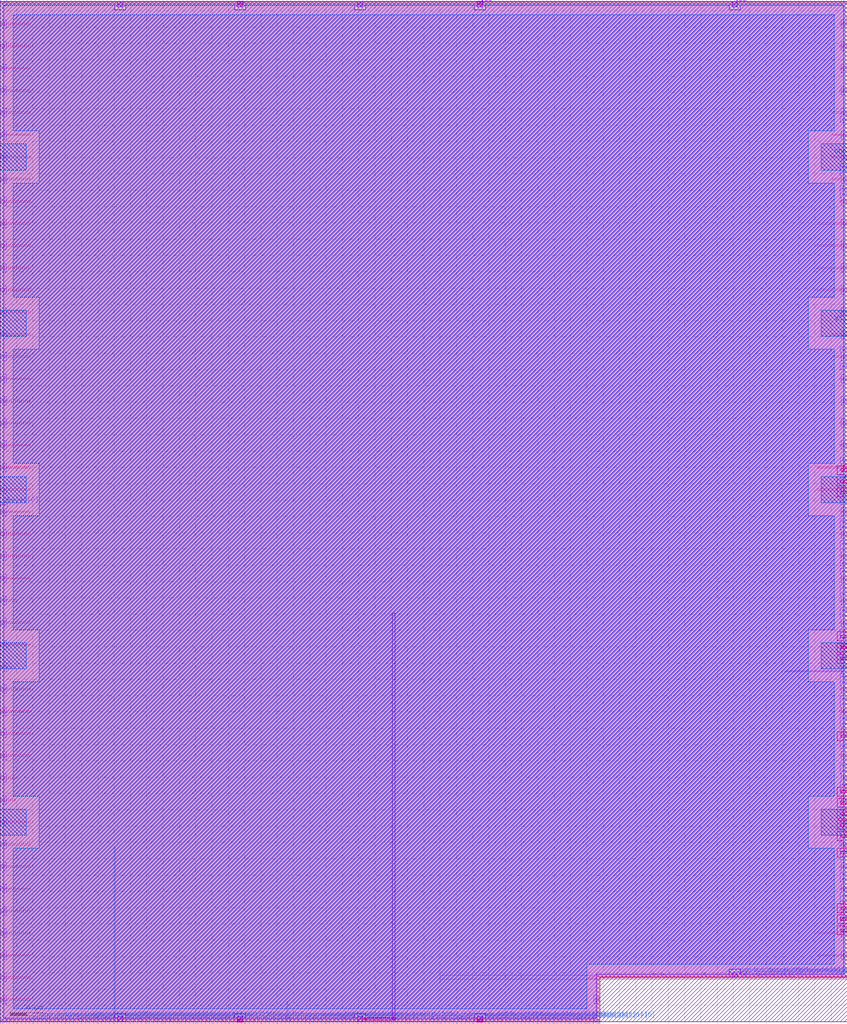
<source format=lef>
VERSION 5.7 ;
BUSBITCHARS "[]" ;

UNITS
  DATABASE MICRONS 1000 ;
END UNITS

MANUFACTURINGGRID 0.005 ;

LAYER li1
  TYPE ROUTING ;
  DIRECTION VERTICAL ;
  PITCH 0.46 ;
  WIDTH 0.17 ;
END li1

LAYER mcon
  TYPE CUT ;
END mcon

LAYER met1
  TYPE ROUTING ;
  DIRECTION HORIZONTAL ;
  PITCH 0.34 ;
  WIDTH 0.14 ;
END met1

LAYER via
  TYPE CUT ;
END via

LAYER met2
  TYPE ROUTING ;
  DIRECTION VERTICAL ;
  PITCH 0.46 ;
  WIDTH 0.14 ;
END met2

LAYER via2
  TYPE CUT ;
END via2

LAYER met3
  TYPE ROUTING ;
  DIRECTION HORIZONTAL ;
  PITCH 0.68 ;
  WIDTH 0.3 ;
END met3

LAYER via3
  TYPE CUT ;
END via3

LAYER met4
  TYPE ROUTING ;
  DIRECTION VERTICAL ;
  PITCH 0.92 ;
  WIDTH 0.3 ;
END met4

LAYER via4
  TYPE CUT ;
END via4

LAYER met5
  TYPE ROUTING ;
  DIRECTION HORIZONTAL ;
  PITCH 3.4 ;
  WIDTH 1.6 ;
END met5

LAYER nwell
  TYPE MASTERSLICE ;
END nwell

LAYER pwell
  TYPE MASTERSLICE ;
END pwell

LAYER OVERLAP
  TYPE OVERLAP ;
END OVERLAP

VIA L1M1_PR
  LAYER li1 ;
    RECT -0.085 -0.085 0.085 0.085 ;
  LAYER mcon ;
    RECT -0.085 -0.085 0.085 0.085 ;
  LAYER met1 ;
    RECT -0.145 -0.115 0.145 0.115 ;
END L1M1_PR

VIA L1M1_PR_R
  LAYER li1 ;
    RECT -0.085 -0.085 0.085 0.085 ;
  LAYER mcon ;
    RECT -0.085 -0.085 0.085 0.085 ;
  LAYER met1 ;
    RECT -0.115 -0.145 0.115 0.145 ;
END L1M1_PR_R

VIA L1M1_PR_M
  LAYER li1 ;
    RECT -0.085 -0.085 0.085 0.085 ;
  LAYER mcon ;
    RECT -0.085 -0.085 0.085 0.085 ;
  LAYER met1 ;
    RECT -0.115 -0.145 0.115 0.145 ;
END L1M1_PR_M

VIA L1M1_PR_MR
  LAYER li1 ;
    RECT -0.085 -0.085 0.085 0.085 ;
  LAYER mcon ;
    RECT -0.085 -0.085 0.085 0.085 ;
  LAYER met1 ;
    RECT -0.145 -0.115 0.145 0.115 ;
END L1M1_PR_MR

VIA L1M1_PR_C
  LAYER li1 ;
    RECT -0.085 -0.085 0.085 0.085 ;
  LAYER mcon ;
    RECT -0.085 -0.085 0.085 0.085 ;
  LAYER met1 ;
    RECT -0.145 -0.145 0.145 0.145 ;
END L1M1_PR_C

VIA M1M2_PR
  LAYER met1 ;
    RECT -0.16 -0.13 0.16 0.13 ;
  LAYER via ;
    RECT -0.075 -0.075 0.075 0.075 ;
  LAYER met2 ;
    RECT -0.13 -0.16 0.13 0.16 ;
END M1M2_PR

VIA M1M2_PR_Enc
  LAYER met1 ;
    RECT -0.16 -0.13 0.16 0.13 ;
  LAYER via ;
    RECT -0.075 -0.075 0.075 0.075 ;
  LAYER met2 ;
    RECT -0.16 -0.13 0.16 0.13 ;
END M1M2_PR_Enc

VIA M1M2_PR_R
  LAYER met1 ;
    RECT -0.13 -0.16 0.13 0.16 ;
  LAYER via ;
    RECT -0.075 -0.075 0.075 0.075 ;
  LAYER met2 ;
    RECT -0.16 -0.13 0.16 0.13 ;
END M1M2_PR_R

VIA M1M2_PR_R_Enc
  LAYER met1 ;
    RECT -0.13 -0.16 0.13 0.16 ;
  LAYER via ;
    RECT -0.075 -0.075 0.075 0.075 ;
  LAYER met2 ;
    RECT -0.13 -0.16 0.13 0.16 ;
END M1M2_PR_R_Enc

VIA M1M2_PR_M
  LAYER met1 ;
    RECT -0.16 -0.13 0.16 0.13 ;
  LAYER via ;
    RECT -0.075 -0.075 0.075 0.075 ;
  LAYER met2 ;
    RECT -0.16 -0.13 0.16 0.13 ;
END M1M2_PR_M

VIA M1M2_PR_M_Enc
  LAYER met1 ;
    RECT -0.16 -0.13 0.16 0.13 ;
  LAYER via ;
    RECT -0.075 -0.075 0.075 0.075 ;
  LAYER met2 ;
    RECT -0.13 -0.16 0.13 0.16 ;
END M1M2_PR_M_Enc

VIA M1M2_PR_MR
  LAYER met1 ;
    RECT -0.13 -0.16 0.13 0.16 ;
  LAYER via ;
    RECT -0.075 -0.075 0.075 0.075 ;
  LAYER met2 ;
    RECT -0.13 -0.16 0.13 0.16 ;
END M1M2_PR_MR

VIA M1M2_PR_MR_Enc
  LAYER met1 ;
    RECT -0.13 -0.16 0.13 0.16 ;
  LAYER via ;
    RECT -0.075 -0.075 0.075 0.075 ;
  LAYER met2 ;
    RECT -0.16 -0.13 0.16 0.13 ;
END M1M2_PR_MR_Enc

VIA M1M2_PR_C
  LAYER met1 ;
    RECT -0.16 -0.16 0.16 0.16 ;
  LAYER via ;
    RECT -0.075 -0.075 0.075 0.075 ;
  LAYER met2 ;
    RECT -0.16 -0.16 0.16 0.16 ;
END M1M2_PR_C

VIA M2M3_PR
  LAYER met2 ;
    RECT -0.14 -0.185 0.14 0.185 ;
  LAYER via2 ;
    RECT -0.1 -0.1 0.1 0.1 ;
  LAYER met3 ;
    RECT -0.165 -0.165 0.165 0.165 ;
END M2M3_PR

VIA M2M3_PR_R
  LAYER met2 ;
    RECT -0.185 -0.14 0.185 0.14 ;
  LAYER via2 ;
    RECT -0.1 -0.1 0.1 0.1 ;
  LAYER met3 ;
    RECT -0.165 -0.165 0.165 0.165 ;
END M2M3_PR_R

VIA M2M3_PR_M
  LAYER met2 ;
    RECT -0.14 -0.185 0.14 0.185 ;
  LAYER via2 ;
    RECT -0.1 -0.1 0.1 0.1 ;
  LAYER met3 ;
    RECT -0.165 -0.165 0.165 0.165 ;
END M2M3_PR_M

VIA M2M3_PR_MR
  LAYER met2 ;
    RECT -0.185 -0.14 0.185 0.14 ;
  LAYER via2 ;
    RECT -0.1 -0.1 0.1 0.1 ;
  LAYER met3 ;
    RECT -0.165 -0.165 0.165 0.165 ;
END M2M3_PR_MR

VIA M2M3_PR_C
  LAYER met2 ;
    RECT -0.185 -0.185 0.185 0.185 ;
  LAYER via2 ;
    RECT -0.1 -0.1 0.1 0.1 ;
  LAYER met3 ;
    RECT -0.165 -0.165 0.165 0.165 ;
END M2M3_PR_C

VIA M3M4_PR
  LAYER met3 ;
    RECT -0.19 -0.16 0.19 0.16 ;
  LAYER via3 ;
    RECT -0.1 -0.1 0.1 0.1 ;
  LAYER met4 ;
    RECT -0.165 -0.165 0.165 0.165 ;
END M3M4_PR

VIA M3M4_PR_R
  LAYER met3 ;
    RECT -0.16 -0.19 0.16 0.19 ;
  LAYER via3 ;
    RECT -0.1 -0.1 0.1 0.1 ;
  LAYER met4 ;
    RECT -0.165 -0.165 0.165 0.165 ;
END M3M4_PR_R

VIA M3M4_PR_M
  LAYER met3 ;
    RECT -0.19 -0.16 0.19 0.16 ;
  LAYER via3 ;
    RECT -0.1 -0.1 0.1 0.1 ;
  LAYER met4 ;
    RECT -0.165 -0.165 0.165 0.165 ;
END M3M4_PR_M

VIA M3M4_PR_MR
  LAYER met3 ;
    RECT -0.16 -0.19 0.16 0.19 ;
  LAYER via3 ;
    RECT -0.1 -0.1 0.1 0.1 ;
  LAYER met4 ;
    RECT -0.165 -0.165 0.165 0.165 ;
END M3M4_PR_MR

VIA M3M4_PR_C
  LAYER met3 ;
    RECT -0.19 -0.19 0.19 0.19 ;
  LAYER via3 ;
    RECT -0.1 -0.1 0.1 0.1 ;
  LAYER met4 ;
    RECT -0.165 -0.165 0.165 0.165 ;
END M3M4_PR_C

VIA M4M5_PR
  LAYER met4 ;
    RECT -0.59 -0.59 0.59 0.59 ;
  LAYER via4 ;
    RECT -0.4 -0.4 0.4 0.4 ;
  LAYER met5 ;
    RECT -0.71 -0.71 0.71 0.71 ;
END M4M5_PR

VIA M4M5_PR_R
  LAYER met4 ;
    RECT -0.59 -0.59 0.59 0.59 ;
  LAYER via4 ;
    RECT -0.4 -0.4 0.4 0.4 ;
  LAYER met5 ;
    RECT -0.71 -0.71 0.71 0.71 ;
END M4M5_PR_R

VIA M4M5_PR_M
  LAYER met4 ;
    RECT -0.59 -0.59 0.59 0.59 ;
  LAYER via4 ;
    RECT -0.4 -0.4 0.4 0.4 ;
  LAYER met5 ;
    RECT -0.71 -0.71 0.71 0.71 ;
END M4M5_PR_M

VIA M4M5_PR_MR
  LAYER met4 ;
    RECT -0.59 -0.59 0.59 0.59 ;
  LAYER via4 ;
    RECT -0.4 -0.4 0.4 0.4 ;
  LAYER met5 ;
    RECT -0.71 -0.71 0.71 0.71 ;
END M4M5_PR_MR

VIA M4M5_PR_C
  LAYER met4 ;
    RECT -0.59 -0.59 0.59 0.59 ;
  LAYER via4 ;
    RECT -0.4 -0.4 0.4 0.4 ;
  LAYER met5 ;
    RECT -0.71 -0.71 0.71 0.71 ;
END M4M5_PR_C

SITE unit
  CLASS CORE ;
  SYMMETRY Y ;
  SIZE 0.46 BY 2.72 ;
END unit

SITE unithddbl
  CLASS CORE ;
  SIZE 0.46 BY 5.44 ;
END unithddbl

MACRO sb_0__2_
  CLASS BLOCK ;
  ORIGIN 0 0 ;
  SIZE 103.96 BY 125.12 ;
  SYMMETRY X Y ;
  PIN pReset[0]
    DIRECTION INPUT ;
    USE SIGNAL ;
    PORT
      LAYER met1 ;
        RECT 0 63.34 0.595 63.48 ;
    END
  END pReset[0]
  PIN chanx_right_in[0]
    DIRECTION INPUT ;
    USE SIGNAL ;
    PORT
      LAYER met3 ;
        RECT 103.16 28.07 103.96 28.37 ;
    END
  END chanx_right_in[0]
  PIN chanx_right_in[1]
    DIRECTION INPUT ;
    USE SIGNAL ;
    PORT
      LAYER met1 ;
        RECT 103.365 110.6 103.96 110.74 ;
    END
  END chanx_right_in[1]
  PIN chanx_right_in[2]
    DIRECTION INPUT ;
    USE SIGNAL ;
    PORT
      LAYER met3 ;
        RECT 103.16 44.39 103.96 44.69 ;
    END
  END chanx_right_in[2]
  PIN chanx_right_in[3]
    DIRECTION INPUT ;
    USE SIGNAL ;
    PORT
      LAYER met1 ;
        RECT 103.365 66.74 103.96 66.88 ;
    END
  END chanx_right_in[3]
  PIN chanx_right_in[4]
    DIRECTION INPUT ;
    USE SIGNAL ;
    PORT
      LAYER met1 ;
        RECT 103.365 25.26 103.96 25.4 ;
    END
  END chanx_right_in[4]
  PIN chanx_right_in[5]
    DIRECTION INPUT ;
    USE SIGNAL ;
    PORT
      LAYER met1 ;
        RECT 103.365 82.38 103.96 82.52 ;
    END
  END chanx_right_in[5]
  PIN chanx_right_in[6]
    DIRECTION INPUT ;
    USE SIGNAL ;
    PORT
      LAYER met3 ;
        RECT 103.16 26.71 103.96 27.01 ;
    END
  END chanx_right_in[6]
  PIN chanx_right_in[7]
    DIRECTION INPUT ;
    USE SIGNAL ;
    PORT
      LAYER met3 ;
        RECT 103.16 23.99 103.96 24.29 ;
    END
  END chanx_right_in[7]
  PIN chanx_right_in[8]
    DIRECTION INPUT ;
    USE SIGNAL ;
    PORT
      LAYER met3 ;
        RECT 103.16 47.11 103.96 47.41 ;
    END
  END chanx_right_in[8]
  PIN chanx_right_in[9]
    DIRECTION INPUT ;
    USE SIGNAL ;
    PORT
      LAYER met1 ;
        RECT 103.365 68.78 103.96 68.92 ;
    END
  END chanx_right_in[9]
  PIN chanx_right_in[10]
    DIRECTION INPUT ;
    USE SIGNAL ;
    PORT
      LAYER met1 ;
        RECT 103.365 60.62 103.96 60.76 ;
    END
  END chanx_right_in[10]
  PIN chanx_right_in[11]
    DIRECTION INPUT ;
    USE SIGNAL ;
    PORT
      LAYER met1 ;
        RECT 103.365 23.56 103.96 23.7 ;
    END
  END chanx_right_in[11]
  PIN chanx_right_in[12]
    DIRECTION INPUT ;
    USE SIGNAL ;
    PORT
      LAYER met1 ;
        RECT 103.365 47.02 103.96 47.16 ;
    END
  END chanx_right_in[12]
  PIN chanx_right_in[13]
    DIRECTION INPUT ;
    USE SIGNAL ;
    PORT
      LAYER met1 ;
        RECT 103.365 58.58 103.96 58.72 ;
    END
  END chanx_right_in[13]
  PIN chanx_right_in[14]
    DIRECTION INPUT ;
    USE SIGNAL ;
    PORT
      LAYER met1 ;
        RECT 103.365 15.4 103.96 15.54 ;
    END
  END chanx_right_in[14]
  PIN chanx_right_in[15]
    DIRECTION INPUT ;
    USE SIGNAL ;
    PORT
      LAYER met3 ;
        RECT 103.16 34.87 103.96 35.17 ;
    END
  END chanx_right_in[15]
  PIN chanx_right_in[16]
    DIRECTION INPUT ;
    USE SIGNAL ;
    PORT
      LAYER met3 ;
        RECT 103.16 45.75 103.96 46.05 ;
    END
  END chanx_right_in[16]
  PIN chanx_right_in[17]
    DIRECTION INPUT ;
    USE SIGNAL ;
    PORT
      LAYER met1 ;
        RECT 103.365 20.84 103.96 20.98 ;
    END
  END chanx_right_in[17]
  PIN chanx_right_in[18]
    DIRECTION INPUT ;
    USE SIGNAL ;
    PORT
      LAYER met1 ;
        RECT 103.365 49.74 103.96 49.88 ;
    END
  END chanx_right_in[18]
  PIN chanx_right_in[19]
    DIRECTION INPUT ;
    USE SIGNAL ;
    PORT
      LAYER met1 ;
        RECT 103.365 61.3 103.96 61.44 ;
    END
  END chanx_right_in[19]
  PIN chanx_right_in[20]
    DIRECTION INPUT ;
    USE SIGNAL ;
    PORT
      LAYER met1 ;
        RECT 103.365 104.82 103.96 104.96 ;
    END
  END chanx_right_in[20]
  PIN chanx_right_in[21]
    DIRECTION INPUT ;
    USE SIGNAL ;
    PORT
      LAYER met1 ;
        RECT 103.365 47.7 103.96 47.84 ;
    END
  END chanx_right_in[21]
  PIN chanx_right_in[22]
    DIRECTION INPUT ;
    USE SIGNAL ;
    PORT
      LAYER met1 ;
        RECT 103.365 14.72 103.96 14.86 ;
    END
  END chanx_right_in[22]
  PIN chanx_right_in[23]
    DIRECTION INPUT ;
    USE SIGNAL ;
    PORT
      LAYER met1 ;
        RECT 103.365 64.36 103.96 64.5 ;
    END
  END chanx_right_in[23]
  PIN chanx_right_in[24]
    DIRECTION INPUT ;
    USE SIGNAL ;
    PORT
      LAYER met1 ;
        RECT 103.365 63.68 103.96 63.82 ;
    END
  END chanx_right_in[24]
  PIN chanx_right_in[25]
    DIRECTION INPUT ;
    USE SIGNAL ;
    PORT
      LAYER met1 ;
        RECT 103.365 55.18 103.96 55.32 ;
    END
  END chanx_right_in[25]
  PIN chanx_right_in[26]
    DIRECTION INPUT ;
    USE SIGNAL ;
    PORT
      LAYER met1 ;
        RECT 103.365 25.94 103.96 26.08 ;
    END
  END chanx_right_in[26]
  PIN chanx_right_in[27]
    DIRECTION INPUT ;
    USE SIGNAL ;
    PORT
      LAYER met1 ;
        RECT 103.365 102.1 103.96 102.24 ;
    END
  END chanx_right_in[27]
  PIN chanx_right_in[28]
    DIRECTION INPUT ;
    USE SIGNAL ;
    PORT
      LAYER met3 ;
        RECT 103.16 22.63 103.96 22.93 ;
    END
  END chanx_right_in[28]
  PIN chanx_right_in[29]
    DIRECTION INPUT ;
    USE SIGNAL ;
    PORT
      LAYER met1 ;
        RECT 103.365 104.14 103.96 104.28 ;
    END
  END chanx_right_in[29]
  PIN right_top_grid_pin_1_[0]
    DIRECTION INPUT ;
    USE SIGNAL ;
    PORT
      LAYER met3 ;
        RECT 103.16 66.15 103.96 66.45 ;
    END
  END right_top_grid_pin_1_[0]
  PIN right_bottom_grid_pin_36_[0]
    DIRECTION INPUT ;
    USE SIGNAL ;
    PORT
      LAYER met2 ;
        RECT 94 5.44 94.14 5.925 ;
    END
  END right_bottom_grid_pin_36_[0]
  PIN right_bottom_grid_pin_37_[0]
    DIRECTION INPUT ;
    USE SIGNAL ;
    PORT
      LAYER met2 ;
        RECT 96.76 5.44 96.9 5.925 ;
    END
  END right_bottom_grid_pin_37_[0]
  PIN right_bottom_grid_pin_38_[0]
    DIRECTION INPUT ;
    USE SIGNAL ;
    PORT
      LAYER met2 ;
        RECT 95.84 5.44 95.98 5.925 ;
    END
  END right_bottom_grid_pin_38_[0]
  PIN right_bottom_grid_pin_39_[0]
    DIRECTION INPUT ;
    USE SIGNAL ;
    PORT
      LAYER met2 ;
        RECT 94.92 5.44 95.06 5.925 ;
    END
  END right_bottom_grid_pin_39_[0]
  PIN right_bottom_grid_pin_40_[0]
    DIRECTION INPUT ;
    USE SIGNAL ;
    PORT
      LAYER met2 ;
        RECT 89.4 5.44 89.54 5.925 ;
    END
  END right_bottom_grid_pin_40_[0]
  PIN right_bottom_grid_pin_41_[0]
    DIRECTION INPUT ;
    USE SIGNAL ;
    PORT
      LAYER met2 ;
        RECT 90.32 5.44 90.46 5.925 ;
    END
  END right_bottom_grid_pin_41_[0]
  PIN right_bottom_grid_pin_42_[0]
    DIRECTION INPUT ;
    USE SIGNAL ;
    PORT
      LAYER met2 ;
        RECT 93.08 5.44 93.22 5.925 ;
    END
  END right_bottom_grid_pin_42_[0]
  PIN right_bottom_grid_pin_43_[0]
    DIRECTION INPUT ;
    USE SIGNAL ;
    PORT
      LAYER met2 ;
        RECT 91.24 5.44 91.38 5.925 ;
    END
  END right_bottom_grid_pin_43_[0]
  PIN chany_bottom_in[0]
    DIRECTION INPUT ;
    USE SIGNAL ;
    PORT
      LAYER met2 ;
        RECT 32.82 0 32.96 0.485 ;
    END
  END chany_bottom_in[0]
  PIN chany_bottom_in[1]
    DIRECTION INPUT ;
    USE SIGNAL ;
    PORT
      LAYER met2 ;
        RECT 59.5 0 59.64 0.485 ;
    END
  END chany_bottom_in[1]
  PIN chany_bottom_in[2]
    DIRECTION INPUT ;
    USE SIGNAL ;
    PORT
      LAYER met2 ;
        RECT 65.94 0 66.08 0.485 ;
    END
  END chany_bottom_in[2]
  PIN chany_bottom_in[3]
    DIRECTION INPUT ;
    USE SIGNAL ;
    PORT
      LAYER met2 ;
        RECT 35.58 0 35.72 0.485 ;
    END
  END chany_bottom_in[3]
  PIN chany_bottom_in[4]
    DIRECTION INPUT ;
    USE SIGNAL ;
    PORT
      LAYER met2 ;
        RECT 39.26 0 39.4 0.485 ;
    END
  END chany_bottom_in[4]
  PIN chany_bottom_in[5]
    DIRECTION INPUT ;
    USE SIGNAL ;
    PORT
      LAYER met2 ;
        RECT 66.86 0 67 0.485 ;
    END
  END chany_bottom_in[5]
  PIN chany_bottom_in[6]
    DIRECTION INPUT ;
    USE SIGNAL ;
    PORT
      LAYER met2 ;
        RECT 33.74 0 33.88 0.485 ;
    END
  END chany_bottom_in[6]
  PIN chany_bottom_in[7]
    DIRECTION INPUT ;
    USE SIGNAL ;
    PORT
      LAYER met2 ;
        RECT 54.44 0 54.58 0.485 ;
    END
  END chany_bottom_in[7]
  PIN chany_bottom_in[8]
    DIRECTION INPUT ;
    USE SIGNAL ;
    PORT
      LAYER met2 ;
        RECT 47.54 0 47.68 0.485 ;
    END
  END chany_bottom_in[8]
  PIN chany_bottom_in[9]
    DIRECTION INPUT ;
    USE SIGNAL ;
    PORT
      LAYER met2 ;
        RECT 61.34 0 61.48 0.485 ;
    END
  END chany_bottom_in[9]
  PIN chany_bottom_in[10]
    DIRECTION INPUT ;
    USE SIGNAL ;
    PORT
      LAYER met2 ;
        RECT 9.82 0 9.96 0.485 ;
    END
  END chany_bottom_in[10]
  PIN chany_bottom_in[11]
    DIRECTION INPUT ;
    USE SIGNAL ;
    PORT
      LAYER met2 ;
        RECT 7.98 0 8.12 0.485 ;
    END
  END chany_bottom_in[11]
  PIN chany_bottom_in[12]
    DIRECTION INPUT ;
    USE SIGNAL ;
    PORT
      LAYER met2 ;
        RECT 48.46 0 48.6 0.485 ;
    END
  END chany_bottom_in[12]
  PIN chany_bottom_in[13]
    DIRECTION INPUT ;
    USE SIGNAL ;
    PORT
      LAYER met2 ;
        RECT 58.12 0 58.26 0.485 ;
    END
  END chany_bottom_in[13]
  PIN chany_bottom_in[14]
    DIRECTION INPUT ;
    USE SIGNAL ;
    PORT
      LAYER met2 ;
        RECT 60.42 0 60.56 0.485 ;
    END
  END chany_bottom_in[14]
  PIN chany_bottom_in[15]
    DIRECTION INPUT ;
    USE SIGNAL ;
    PORT
      LAYER met2 ;
        RECT 68.7 0 68.84 0.485 ;
    END
  END chany_bottom_in[15]
  PIN chany_bottom_in[16]
    DIRECTION INPUT ;
    USE SIGNAL ;
    PORT
      LAYER met2 ;
        RECT 71 0 71.14 0.485 ;
    END
  END chany_bottom_in[16]
  PIN chany_bottom_in[17]
    DIRECTION INPUT ;
    USE SIGNAL ;
    PORT
      LAYER met2 ;
        RECT 3.84 0 3.98 0.485 ;
    END
  END chany_bottom_in[17]
  PIN chany_bottom_in[18]
    DIRECTION INPUT ;
    USE SIGNAL ;
    PORT
      LAYER met2 ;
        RECT 34.66 0 34.8 0.485 ;
    END
  END chany_bottom_in[18]
  PIN chany_bottom_in[19]
    DIRECTION INPUT ;
    USE SIGNAL ;
    PORT
      LAYER met2 ;
        RECT 44.78 0 44.92 0.485 ;
    END
  END chany_bottom_in[19]
  PIN chany_bottom_in[20]
    DIRECTION INPUT ;
    USE SIGNAL ;
    PORT
      LAYER met2 ;
        RECT 55.36 0 55.5 0.485 ;
    END
  END chany_bottom_in[20]
  PIN chany_bottom_in[21]
    DIRECTION INPUT ;
    USE SIGNAL ;
    PORT
      LAYER met2 ;
        RECT 67.78 0 67.92 0.485 ;
    END
  END chany_bottom_in[21]
  PIN chany_bottom_in[22]
    DIRECTION INPUT ;
    USE SIGNAL ;
    PORT
      LAYER met2 ;
        RECT 56.28 0 56.42 0.485 ;
    END
  END chany_bottom_in[22]
  PIN chany_bottom_in[23]
    DIRECTION INPUT ;
    USE SIGNAL ;
    PORT
      LAYER met2 ;
        RECT 37.42 0 37.56 0.485 ;
    END
  END chany_bottom_in[23]
  PIN chany_bottom_in[24]
    DIRECTION INPUT ;
    USE SIGNAL ;
    PORT
      LAYER met2 ;
        RECT 8.9 0 9.04 0.485 ;
    END
  END chany_bottom_in[24]
  PIN chany_bottom_in[25]
    DIRECTION INPUT ;
    USE SIGNAL ;
    PORT
      LAYER met2 ;
        RECT 57.2 0 57.34 0.485 ;
    END
  END chany_bottom_in[25]
  PIN chany_bottom_in[26]
    DIRECTION INPUT ;
    USE SIGNAL ;
    PORT
      LAYER met2 ;
        RECT 36.5 0 36.64 0.485 ;
    END
  END chany_bottom_in[26]
  PIN chany_bottom_in[27]
    DIRECTION INPUT ;
    USE SIGNAL ;
    PORT
      LAYER met2 ;
        RECT 46.62 0 46.76 0.485 ;
    END
  END chany_bottom_in[27]
  PIN chany_bottom_in[28]
    DIRECTION INPUT ;
    USE SIGNAL ;
    PORT
      LAYER met2 ;
        RECT 53.52 0 53.66 0.485 ;
    END
  END chany_bottom_in[28]
  PIN chany_bottom_in[29]
    DIRECTION INPUT ;
    USE SIGNAL ;
    PORT
      LAYER met2 ;
        RECT 65.02 0 65.16 0.485 ;
    END
  END chany_bottom_in[29]
  PIN bottom_left_grid_pin_1_[0]
    DIRECTION INPUT ;
    USE SIGNAL ;
    PORT
      LAYER met2 ;
        RECT 7.06 0 7.2 0.485 ;
    END
  END bottom_left_grid_pin_1_[0]
  PIN ccff_head[0]
    DIRECTION INPUT ;
    USE SIGNAL ;
    PORT
      LAYER met3 ;
        RECT 103.16 11.07 103.96 11.37 ;
    END
  END ccff_head[0]
  PIN chanx_right_out[0]
    DIRECTION OUTPUT ;
    USE SIGNAL ;
    PORT
      LAYER met1 ;
        RECT 103.365 56.2 103.96 56.34 ;
    END
  END chanx_right_out[0]
  PIN chanx_right_out[1]
    DIRECTION OUTPUT ;
    USE SIGNAL ;
    PORT
      LAYER met1 ;
        RECT 103.365 38.86 103.96 39 ;
    END
  END chanx_right_out[1]
  PIN chanx_right_out[2]
    DIRECTION OUTPUT ;
    USE SIGNAL ;
    PORT
      LAYER met1 ;
        RECT 103.365 39.54 103.96 39.68 ;
    END
  END chanx_right_out[2]
  PIN chanx_right_out[3]
    DIRECTION OUTPUT ;
    USE SIGNAL ;
    PORT
      LAYER met1 ;
        RECT 103.365 50.42 103.96 50.56 ;
    END
  END chanx_right_out[3]
  PIN chanx_right_out[4]
    DIRECTION OUTPUT ;
    USE SIGNAL ;
    PORT
      LAYER met3 ;
        RECT 103.16 12.43 103.96 12.73 ;
    END
  END chanx_right_out[4]
  PIN chanx_right_out[5]
    DIRECTION OUTPUT ;
    USE SIGNAL ;
    PORT
      LAYER met1 ;
        RECT 103.365 42.26 103.96 42.4 ;
    END
  END chanx_right_out[5]
  PIN chanx_right_out[6]
    DIRECTION OUTPUT ;
    USE SIGNAL ;
    PORT
      LAYER met1 ;
        RECT 103.365 44.64 103.96 44.78 ;
    END
  END chanx_right_out[6]
  PIN chanx_right_out[7]
    DIRECTION OUTPUT ;
    USE SIGNAL ;
    PORT
      LAYER met3 ;
        RECT 103.16 25.35 103.96 25.65 ;
    END
  END chanx_right_out[7]
  PIN chanx_right_out[8]
    DIRECTION OUTPUT ;
    USE SIGNAL ;
    PORT
      LAYER met1 ;
        RECT 103.365 17.44 103.96 17.58 ;
    END
  END chanx_right_out[8]
  PIN chanx_right_out[9]
    DIRECTION OUTPUT ;
    USE SIGNAL ;
    PORT
      LAYER met1 ;
        RECT 103.365 57.9 103.96 58.04 ;
    END
  END chanx_right_out[9]
  PIN chanx_right_out[10]
    DIRECTION OUTPUT ;
    USE SIGNAL ;
    PORT
      LAYER met1 ;
        RECT 103.365 53.14 103.96 53.28 ;
    END
  END chanx_right_out[10]
  PIN chanx_right_out[11]
    DIRECTION OUTPUT ;
    USE SIGNAL ;
    PORT
      LAYER met1 ;
        RECT 103.365 30.7 103.96 30.84 ;
    END
  END chanx_right_out[11]
  PIN chanx_right_out[12]
    DIRECTION OUTPUT ;
    USE SIGNAL ;
    PORT
      LAYER met1 ;
        RECT 103.365 45.32 103.96 45.46 ;
    END
  END chanx_right_out[12]
  PIN chanx_right_out[13]
    DIRECTION OUTPUT ;
    USE SIGNAL ;
    PORT
      LAYER met1 ;
        RECT 103.365 28.32 103.96 28.46 ;
    END
  END chanx_right_out[13]
  PIN chanx_right_out[14]
    DIRECTION OUTPUT ;
    USE SIGNAL ;
    PORT
      LAYER met1 ;
        RECT 103.365 41.58 103.96 41.72 ;
    END
  END chanx_right_out[14]
  PIN chanx_right_out[15]
    DIRECTION OUTPUT ;
    USE SIGNAL ;
    PORT
      LAYER met3 ;
        RECT 103.16 67.51 103.96 67.81 ;
    END
  END chanx_right_out[15]
  PIN chanx_right_out[16]
    DIRECTION OUTPUT ;
    USE SIGNAL ;
    PORT
      LAYER met3 ;
        RECT 103.16 20.59 103.96 20.89 ;
    END
  END chanx_right_out[16]
  PIN chanx_right_out[17]
    DIRECTION OUTPUT ;
    USE SIGNAL ;
    PORT
      LAYER met1 ;
        RECT 103.365 31.38 103.96 31.52 ;
    END
  END chanx_right_out[17]
  PIN chanx_right_out[18]
    DIRECTION OUTPUT ;
    USE SIGNAL ;
    PORT
      LAYER met3 ;
        RECT 103.16 64.79 103.96 65.09 ;
    END
  END chanx_right_out[18]
  PIN chanx_right_out[19]
    DIRECTION OUTPUT ;
    USE SIGNAL ;
    PORT
      LAYER met1 ;
        RECT 103.365 20.16 103.96 20.3 ;
    END
  END chanx_right_out[19]
  PIN chanx_right_out[20]
    DIRECTION OUTPUT ;
    USE SIGNAL ;
    PORT
      LAYER met1 ;
        RECT 103.365 22.54 103.96 22.68 ;
    END
  END chanx_right_out[20]
  PIN chanx_right_out[21]
    DIRECTION OUTPUT ;
    USE SIGNAL ;
    PORT
      LAYER met1 ;
        RECT 103.365 37.16 103.96 37.3 ;
    END
  END chanx_right_out[21]
  PIN chanx_right_out[22]
    DIRECTION OUTPUT ;
    USE SIGNAL ;
    PORT
      LAYER met3 ;
        RECT 103.16 13.79 103.96 14.09 ;
    END
  END chanx_right_out[22]
  PIN chanx_right_out[23]
    DIRECTION OUTPUT ;
    USE SIGNAL ;
    PORT
      LAYER met1 ;
        RECT 103.365 29 103.96 29.14 ;
    END
  END chanx_right_out[23]
  PIN chanx_right_out[24]
    DIRECTION OUTPUT ;
    USE SIGNAL ;
    PORT
      LAYER met1 ;
        RECT 103.365 36.48 103.96 36.62 ;
    END
  END chanx_right_out[24]
  PIN chanx_right_out[25]
    DIRECTION OUTPUT ;
    USE SIGNAL ;
    PORT
      LAYER met1 ;
        RECT 103.365 34.44 103.96 34.58 ;
    END
  END chanx_right_out[25]
  PIN chanx_right_out[26]
    DIRECTION OUTPUT ;
    USE SIGNAL ;
    PORT
      LAYER met1 ;
        RECT 103.365 52.46 103.96 52.6 ;
    END
  END chanx_right_out[26]
  PIN chanx_right_out[27]
    DIRECTION OUTPUT ;
    USE SIGNAL ;
    PORT
      LAYER met1 ;
        RECT 103.365 66.06 103.96 66.2 ;
    END
  END chanx_right_out[27]
  PIN chanx_right_out[28]
    DIRECTION OUTPUT ;
    USE SIGNAL ;
    PORT
      LAYER met1 ;
        RECT 103.365 18.12 103.96 18.26 ;
    END
  END chanx_right_out[28]
  PIN chanx_right_out[29]
    DIRECTION OUTPUT ;
    USE SIGNAL ;
    PORT
      LAYER met1 ;
        RECT 103.365 33.76 103.96 33.9 ;
    END
  END chanx_right_out[29]
  PIN chany_bottom_out[0]
    DIRECTION OUTPUT ;
    USE SIGNAL ;
    PORT
      LAYER met2 ;
        RECT 11.66 0 11.8 0.485 ;
    END
  END chany_bottom_out[0]
  PIN chany_bottom_out[1]
    DIRECTION OUTPUT ;
    USE SIGNAL ;
    PORT
      LAYER met2 ;
        RECT 64.1 0 64.24 0.485 ;
    END
  END chany_bottom_out[1]
  PIN chany_bottom_out[2]
    DIRECTION OUTPUT ;
    USE SIGNAL ;
    PORT
      LAYER met2 ;
        RECT 43.86 0 44 0.485 ;
    END
  END chany_bottom_out[2]
  PIN chany_bottom_out[3]
    DIRECTION OUTPUT ;
    USE SIGNAL ;
    PORT
      LAYER met2 ;
        RECT 5.68 0 5.82 0.485 ;
    END
  END chany_bottom_out[3]
  PIN chany_bottom_out[4]
    DIRECTION OUTPUT ;
    USE SIGNAL ;
    PORT
      LAYER met2 ;
        RECT 26.38 0 26.52 0.485 ;
    END
  END chany_bottom_out[4]
  PIN chany_bottom_out[5]
    DIRECTION OUTPUT ;
    USE SIGNAL ;
    PORT
      LAYER met2 ;
        RECT 40.18 0 40.32 0.485 ;
    END
  END chany_bottom_out[5]
  PIN chany_bottom_out[6]
    DIRECTION OUTPUT ;
    USE SIGNAL ;
    PORT
      LAYER met2 ;
        RECT 10.74 0 10.88 0.485 ;
    END
  END chany_bottom_out[6]
  PIN chany_bottom_out[7]
    DIRECTION OUTPUT ;
    USE SIGNAL ;
    PORT
      LAYER met2 ;
        RECT 14.42 0 14.56 0.485 ;
    END
  END chany_bottom_out[7]
  PIN chany_bottom_out[8]
    DIRECTION OUTPUT ;
    USE SIGNAL ;
    PORT
      LAYER met2 ;
        RECT 25.46 0 25.6 0.485 ;
    END
  END chany_bottom_out[8]
  PIN chany_bottom_out[9]
    DIRECTION OUTPUT ;
    USE SIGNAL ;
    PORT
      LAYER met2 ;
        RECT 62.26 0 62.4 0.485 ;
    END
  END chany_bottom_out[9]
  PIN chany_bottom_out[10]
    DIRECTION OUTPUT ;
    USE SIGNAL ;
    PORT
      LAYER met2 ;
        RECT 42.94 0 43.08 0.485 ;
    END
  END chany_bottom_out[10]
  PIN chany_bottom_out[11]
    DIRECTION OUTPUT ;
    USE SIGNAL ;
    PORT
      LAYER met2 ;
        RECT 41.1 0 41.24 0.485 ;
    END
  END chany_bottom_out[11]
  PIN chany_bottom_out[12]
    DIRECTION OUTPUT ;
    USE SIGNAL ;
    PORT
      LAYER met2 ;
        RECT 27.3 0 27.44 0.485 ;
    END
  END chany_bottom_out[12]
  PIN chany_bottom_out[13]
    DIRECTION OUTPUT ;
    USE SIGNAL ;
    PORT
      LAYER met2 ;
        RECT 15.34 0 15.48 0.485 ;
    END
  END chany_bottom_out[13]
  PIN chany_bottom_out[14]
    DIRECTION OUTPUT ;
    USE SIGNAL ;
    PORT
      LAYER met2 ;
        RECT 69.62 0 69.76 0.485 ;
    END
  END chany_bottom_out[14]
  PIN chany_bottom_out[15]
    DIRECTION OUTPUT ;
    USE SIGNAL ;
    PORT
      LAYER met2 ;
        RECT 24.54 0 24.68 0.485 ;
    END
  END chany_bottom_out[15]
  PIN chany_bottom_out[16]
    DIRECTION OUTPUT ;
    USE SIGNAL ;
    PORT
      LAYER met2 ;
        RECT 4.76 0 4.9 0.485 ;
    END
  END chany_bottom_out[16]
  PIN chany_bottom_out[17]
    DIRECTION OUTPUT ;
    USE SIGNAL ;
    PORT
      LAYER met2 ;
        RECT 16.26 0 16.4 0.485 ;
    END
  END chany_bottom_out[17]
  PIN chany_bottom_out[18]
    DIRECTION OUTPUT ;
    USE SIGNAL ;
    PORT
      LAYER met2 ;
        RECT 12.58 0 12.72 0.485 ;
    END
  END chany_bottom_out[18]
  PIN chany_bottom_out[19]
    DIRECTION OUTPUT ;
    USE SIGNAL ;
    PORT
      LAYER met2 ;
        RECT 23.62 0 23.76 0.485 ;
    END
  END chany_bottom_out[19]
  PIN chany_bottom_out[20]
    DIRECTION OUTPUT ;
    USE SIGNAL ;
    PORT
      LAYER met2 ;
        RECT 17.18 0 17.32 0.485 ;
    END
  END chany_bottom_out[20]
  PIN chany_bottom_out[21]
    DIRECTION OUTPUT ;
    USE SIGNAL ;
    PORT
      LAYER met2 ;
        RECT 22.7 0 22.84 0.485 ;
    END
  END chany_bottom_out[21]
  PIN chany_bottom_out[22]
    DIRECTION OUTPUT ;
    USE SIGNAL ;
    PORT
      LAYER met2 ;
        RECT 45.7 0 45.84 0.485 ;
    END
  END chany_bottom_out[22]
  PIN chany_bottom_out[23]
    DIRECTION OUTPUT ;
    USE SIGNAL ;
    PORT
      LAYER met2 ;
        RECT 18.1 0 18.24 0.485 ;
    END
  END chany_bottom_out[23]
  PIN chany_bottom_out[24]
    DIRECTION OUTPUT ;
    USE SIGNAL ;
    PORT
      LAYER met2 ;
        RECT 38.34 0 38.48 0.485 ;
    END
  END chany_bottom_out[24]
  PIN chany_bottom_out[25]
    DIRECTION OUTPUT ;
    USE SIGNAL ;
    PORT
      LAYER met2 ;
        RECT 21.78 0 21.92 0.485 ;
    END
  END chany_bottom_out[25]
  PIN chany_bottom_out[26]
    DIRECTION OUTPUT ;
    USE SIGNAL ;
    PORT
      LAYER met2 ;
        RECT 63.18 0 63.32 0.485 ;
    END
  END chany_bottom_out[26]
  PIN chany_bottom_out[27]
    DIRECTION OUTPUT ;
    USE SIGNAL ;
    PORT
      LAYER met2 ;
        RECT 19.02 0 19.16 0.485 ;
    END
  END chany_bottom_out[27]
  PIN chany_bottom_out[28]
    DIRECTION OUTPUT ;
    USE SIGNAL ;
    PORT
      LAYER met2 ;
        RECT 20.86 0 21 0.485 ;
    END
  END chany_bottom_out[28]
  PIN chany_bottom_out[29]
    DIRECTION OUTPUT ;
    USE SIGNAL ;
    PORT
      LAYER met2 ;
        RECT 19.94 0 20.08 0.485 ;
    END
  END chany_bottom_out[29]
  PIN ccff_tail[0]
    DIRECTION OUTPUT ;
    USE SIGNAL ;
    PORT
      LAYER met2 ;
        RECT 13.5 0 13.64 0.485 ;
    END
  END ccff_tail[0]
  PIN SC_IN_TOP
    DIRECTION INPUT ;
    USE SIGNAL ;
    PORT
      LAYER met1 ;
        RECT 103.365 12.68 103.96 12.82 ;
    END
  END SC_IN_TOP
  PIN SC_OUT_BOT
    DIRECTION OUTPUT ;
    USE SIGNAL ;
    PORT
      LAYER met1 ;
        RECT 103.365 11.66 103.96 11.8 ;
    END
  END SC_OUT_BOT
  PIN pReset_E_in
    DIRECTION INPUT ;
    USE SIGNAL ;
    PORT
      LAYER met1 ;
        RECT 103.365 80.34 103.96 80.48 ;
    END
  END pReset_E_in
  PIN pReset_S_out
    DIRECTION OUTPUT ;
    USE SIGNAL ;
    PORT
      LAYER met2 ;
        RECT 42.02 0 42.16 0.485 ;
    END
  END pReset_S_out
  PIN prog_clk_0_E_in
    DIRECTION INPUT ;
    USE CLOCK ;
    PORT
      LAYER met1 ;
        RECT 103.365 101.42 103.96 101.56 ;
    END
  END prog_clk_0_E_in
  PIN VDD
    DIRECTION INPUT ;
    USE POWER ;
    PORT
      LAYER met5 ;
        RECT 0 22.88 3.2 26.08 ;
        RECT 100.76 22.88 103.96 26.08 ;
        RECT 0 63.68 3.2 66.88 ;
        RECT 100.76 63.68 103.96 66.88 ;
        RECT 0 104.48 3.2 107.68 ;
        RECT 100.76 104.48 103.96 107.68 ;
      LAYER met4 ;
        RECT 14.42 0 15.02 0.6 ;
        RECT 43.86 0 44.46 0.6 ;
        RECT 89.86 5.44 90.46 6.04 ;
        RECT 14.42 124.52 15.02 125.12 ;
        RECT 43.86 124.52 44.46 125.12 ;
        RECT 89.86 124.52 90.46 125.12 ;
      LAYER met1 ;
        RECT 0 2.48 0.48 2.96 ;
        RECT 73.12 2.48 73.6 2.96 ;
        RECT 0 7.92 0.48 8.4 ;
        RECT 103.48 7.92 103.96 8.4 ;
        RECT 0 13.36 0.48 13.84 ;
        RECT 103.48 13.36 103.96 13.84 ;
        RECT 0 18.8 0.48 19.28 ;
        RECT 103.48 18.8 103.96 19.28 ;
        RECT 0 24.24 0.48 24.72 ;
        RECT 103.48 24.24 103.96 24.72 ;
        RECT 0 29.68 0.48 30.16 ;
        RECT 103.48 29.68 103.96 30.16 ;
        RECT 0 35.12 0.48 35.6 ;
        RECT 103.48 35.12 103.96 35.6 ;
        RECT 0 40.56 0.48 41.04 ;
        RECT 103.48 40.56 103.96 41.04 ;
        RECT 0 46 0.48 46.48 ;
        RECT 103.48 46 103.96 46.48 ;
        RECT 0 51.44 0.48 51.92 ;
        RECT 103.48 51.44 103.96 51.92 ;
        RECT 0 56.88 0.48 57.36 ;
        RECT 103.48 56.88 103.96 57.36 ;
        RECT 0 62.32 0.48 62.8 ;
        RECT 103.48 62.32 103.96 62.8 ;
        RECT 0 67.76 0.48 68.24 ;
        RECT 103.48 67.76 103.96 68.24 ;
        RECT 0 73.2 0.48 73.68 ;
        RECT 103.48 73.2 103.96 73.68 ;
        RECT 0 78.64 0.48 79.12 ;
        RECT 103.48 78.64 103.96 79.12 ;
        RECT 0 84.08 0.48 84.56 ;
        RECT 103.48 84.08 103.96 84.56 ;
        RECT 0 89.52 0.48 90 ;
        RECT 103.48 89.52 103.96 90 ;
        RECT 0 94.96 0.48 95.44 ;
        RECT 103.48 94.96 103.96 95.44 ;
        RECT 0 100.4 0.48 100.88 ;
        RECT 103.48 100.4 103.96 100.88 ;
        RECT 0 105.84 0.48 106.32 ;
        RECT 103.48 105.84 103.96 106.32 ;
        RECT 0 111.28 0.48 111.76 ;
        RECT 103.48 111.28 103.96 111.76 ;
        RECT 0 116.72 0.48 117.2 ;
        RECT 103.48 116.72 103.96 117.2 ;
        RECT 0 122.16 0.48 122.64 ;
        RECT 103.48 122.16 103.96 122.64 ;
    END
  END VDD
  PIN VSS
    DIRECTION INPUT ;
    USE GROUND ;
    PORT
      LAYER met5 ;
        RECT 0 43.28 3.2 46.48 ;
        RECT 100.76 43.28 103.96 46.48 ;
        RECT 0 84.08 3.2 87.28 ;
        RECT 100.76 84.08 103.96 87.28 ;
      LAYER met4 ;
        RECT 29.14 0 29.74 0.6 ;
        RECT 58.58 0 59.18 0.6 ;
        RECT 29.14 124.52 29.74 125.12 ;
        RECT 58.58 124.52 59.18 125.12 ;
      LAYER met1 ;
        RECT 0 -0.24 0.48 0.24 ;
        RECT 73.12 -0.24 73.6 0.24 ;
        RECT 0 5.2 0.48 5.68 ;
        RECT 103.48 5.2 103.96 5.68 ;
        RECT 0 10.64 0.48 11.12 ;
        RECT 103.48 10.64 103.96 11.12 ;
        RECT 0 16.08 0.48 16.56 ;
        RECT 103.48 16.08 103.96 16.56 ;
        RECT 0 21.52 0.48 22 ;
        RECT 103.48 21.52 103.96 22 ;
        RECT 0 26.96 0.48 27.44 ;
        RECT 103.48 26.96 103.96 27.44 ;
        RECT 0 32.4 0.48 32.88 ;
        RECT 103.48 32.4 103.96 32.88 ;
        RECT 0 37.84 0.48 38.32 ;
        RECT 103.48 37.84 103.96 38.32 ;
        RECT 0 43.28 0.48 43.76 ;
        RECT 103.48 43.28 103.96 43.76 ;
        RECT 0 48.72 0.48 49.2 ;
        RECT 103.48 48.72 103.96 49.2 ;
        RECT 0 54.16 0.48 54.64 ;
        RECT 103.48 54.16 103.96 54.64 ;
        RECT 0 59.6 0.48 60.08 ;
        RECT 103.48 59.6 103.96 60.08 ;
        RECT 0 65.04 0.48 65.52 ;
        RECT 103.48 65.04 103.96 65.52 ;
        RECT 0 70.48 0.48 70.96 ;
        RECT 103.48 70.48 103.96 70.96 ;
        RECT 0 75.92 0.48 76.4 ;
        RECT 103.48 75.92 103.96 76.4 ;
        RECT 0 81.36 0.48 81.84 ;
        RECT 103.48 81.36 103.96 81.84 ;
        RECT 0 86.8 0.48 87.28 ;
        RECT 103.48 86.8 103.96 87.28 ;
        RECT 0 92.24 0.48 92.72 ;
        RECT 103.48 92.24 103.96 92.72 ;
        RECT 0 97.68 0.48 98.16 ;
        RECT 103.48 97.68 103.96 98.16 ;
        RECT 0 103.12 0.48 103.6 ;
        RECT 103.48 103.12 103.96 103.6 ;
        RECT 0 108.56 0.48 109.04 ;
        RECT 103.48 108.56 103.96 109.04 ;
        RECT 0 114 0.48 114.48 ;
        RECT 103.48 114 103.96 114.48 ;
        RECT 0 119.44 0.48 119.92 ;
        RECT 103.48 119.44 103.96 119.92 ;
        RECT 0 124.88 0.48 125.36 ;
        RECT 103.48 124.88 103.96 125.36 ;
    END
  END VSS
  OBS
    LAYER met1 ;
      POLYGON 103.2 125.36 103.2 124.88 59.04 124.88 59.04 124.87 58.72 124.87 58.72 124.88 29.6 124.88 29.6 124.87 29.28 124.87 29.28 124.88 0.76 124.88 0.76 125.36 ;
      POLYGON 103.435 43.08 103.435 42.68 103.295 42.68 103.295 42.94 96.3 42.94 96.3 43.08 ;
      RECT 53.96 5.2 103.2 5.68 ;
      POLYGON 59.04 0.25 59.04 0.24 72.84 0.24 72.84 -0.24 0.76 -0.24 0.76 0.24 29.28 0.24 29.28 0.25 29.6 0.25 29.6 0.24 58.72 0.24 58.72 0.25 ;
      POLYGON 103.2 124.84 103.2 124.6 103.68 124.6 103.68 122.92 103.2 122.92 103.2 121.88 103.68 121.88 103.68 120.2 103.2 120.2 103.2 119.16 103.68 119.16 103.68 117.48 103.2 117.48 103.2 116.44 103.68 116.44 103.68 114.76 103.2 114.76 103.2 113.72 103.68 113.72 103.68 112.04 103.2 112.04 103.2 111.02 103.085 111.02 103.085 110.32 103.68 110.32 103.68 109.32 103.2 109.32 103.2 108.28 103.68 108.28 103.68 106.6 103.2 106.6 103.2 105.56 103.68 105.56 103.68 105.24 103.085 105.24 103.085 103.86 103.2 103.86 103.2 102.84 103.68 102.84 103.68 102.52 103.085 102.52 103.085 101.14 103.2 101.14 103.2 100.12 103.68 100.12 103.68 98.44 103.2 98.44 103.2 97.4 103.68 97.4 103.68 95.72 103.2 95.72 103.2 94.68 103.68 94.68 103.68 93 103.2 93 103.2 91.96 103.68 91.96 103.68 90.28 103.2 90.28 103.2 89.24 103.68 89.24 103.68 87.56 103.2 87.56 103.2 86.52 103.68 86.52 103.68 84.84 103.2 84.84 103.2 83.8 103.68 83.8 103.68 82.8 103.085 82.8 103.085 82.1 103.2 82.1 103.2 81.08 103.68 81.08 103.68 80.76 103.085 80.76 103.085 80.06 103.68 80.06 103.68 79.4 103.2 79.4 103.2 78.36 103.68 78.36 103.68 76.68 103.2 76.68 103.2 75.64 103.68 75.64 103.68 73.96 103.2 73.96 103.2 72.92 103.68 72.92 103.68 71.24 103.2 71.24 103.2 70.2 103.68 70.2 103.68 69.2 103.085 69.2 103.085 68.5 103.2 68.5 103.2 67.48 103.68 67.48 103.68 67.16 103.085 67.16 103.085 65.78 103.2 65.78 103.2 64.78 103.085 64.78 103.085 63.4 103.68 63.4 103.68 63.08 103.2 63.08 103.2 62.04 103.68 62.04 103.68 61.72 103.085 61.72 103.085 60.34 103.2 60.34 103.2 59.32 103.68 59.32 103.68 59 103.085 59 103.085 57.62 103.2 57.62 103.2 56.62 103.085 56.62 103.085 55.92 103.68 55.92 103.68 55.6 103.085 55.6 103.085 54.9 103.2 54.9 103.2 53.88 103.68 53.88 103.68 53.56 103.085 53.56 103.085 52.18 103.2 52.18 103.2 51.16 103.68 51.16 103.68 50.84 103.085 50.84 103.085 49.46 103.2 49.46 103.2 48.44 103.68 48.44 103.68 48.12 103.085 48.12 103.085 46.74 103.2 46.74 103.2 45.74 103.085 45.74 103.085 44.36 103.68 44.36 103.68 44.04 103.2 44.04 103.2 43 103.68 43 103.68 42.68 103.085 42.68 103.085 41.3 103.2 41.3 103.2 40.28 103.68 40.28 103.68 39.96 103.085 39.96 103.085 38.58 103.2 38.58 103.2 37.58 103.085 37.58 103.085 36.2 103.68 36.2 103.68 35.88 103.2 35.88 103.2 34.86 103.085 34.86 103.085 33.48 103.68 33.48 103.68 33.16 103.2 33.16 103.2 32.12 103.68 32.12 103.68 31.8 103.085 31.8 103.085 30.42 103.2 30.42 103.2 29.42 103.085 29.42 103.085 28.04 103.68 28.04 103.68 27.72 103.2 27.72 103.2 26.68 103.68 26.68 103.68 26.36 103.085 26.36 103.085 24.98 103.2 24.98 103.2 23.98 103.085 23.98 103.085 23.28 103.68 23.28 103.68 22.96 103.085 22.96 103.085 22.26 103.2 22.26 103.2 21.26 103.085 21.26 103.085 19.88 103.68 19.88 103.68 19.56 103.2 19.56 103.2 18.54 103.085 18.54 103.085 17.16 103.68 17.16 103.68 16.84 103.2 16.84 103.2 15.82 103.085 15.82 103.085 14.44 103.68 14.44 103.68 14.12 103.2 14.12 103.2 13.1 103.085 13.1 103.085 12.4 103.68 12.4 103.68 12.08 103.085 12.08 103.085 11.38 103.2 11.38 103.2 10.36 103.68 10.36 103.68 8.68 103.2 8.68 103.2 7.64 103.68 7.64 103.68 5.96 103.2 5.96 103.2 5.72 73.32 5.72 73.32 3.24 72.84 3.24 72.84 2.2 73.32 2.2 73.32 0.52 72.84 0.52 72.84 0.28 0.76 0.28 0.76 0.52 0.28 0.52 0.28 2.2 0.76 2.2 0.76 3.24 0.28 3.24 0.28 4.92 0.76 4.92 0.76 5.96 0.28 5.96 0.28 7.64 0.76 7.64 0.76 8.68 0.28 8.68 0.28 10.36 0.76 10.36 0.76 11.4 0.28 11.4 0.28 13.08 0.76 13.08 0.76 14.12 0.28 14.12 0.28 15.8 0.76 15.8 0.76 16.84 0.28 16.84 0.28 18.52 0.76 18.52 0.76 19.56 0.28 19.56 0.28 21.24 0.76 21.24 0.76 22.28 0.28 22.28 0.28 23.96 0.76 23.96 0.76 25 0.28 25 0.28 26.68 0.76 26.68 0.76 27.72 0.28 27.72 0.28 29.4 0.76 29.4 0.76 30.44 0.28 30.44 0.28 32.12 0.76 32.12 0.76 33.16 0.28 33.16 0.28 34.84 0.76 34.84 0.76 35.88 0.28 35.88 0.28 37.56 0.76 37.56 0.76 38.6 0.28 38.6 0.28 40.28 0.76 40.28 0.76 41.32 0.28 41.32 0.28 43 0.76 43 0.76 44.04 0.28 44.04 0.28 45.72 0.76 45.72 0.76 46.76 0.28 46.76 0.28 48.44 0.76 48.44 0.76 49.48 0.28 49.48 0.28 51.16 0.76 51.16 0.76 52.2 0.28 52.2 0.28 53.88 0.76 53.88 0.76 54.92 0.28 54.92 0.28 56.6 0.76 56.6 0.76 57.64 0.28 57.64 0.28 59.32 0.76 59.32 0.76 60.36 0.28 60.36 0.28 62.04 0.76 62.04 0.76 63.06 0.875 63.06 0.875 63.76 0.28 63.76 0.28 64.76 0.76 64.76 0.76 65.8 0.28 65.8 0.28 67.48 0.76 67.48 0.76 68.52 0.28 68.52 0.28 70.2 0.76 70.2 0.76 71.24 0.28 71.24 0.28 72.92 0.76 72.92 0.76 73.96 0.28 73.96 0.28 75.64 0.76 75.64 0.76 76.68 0.28 76.68 0.28 78.36 0.76 78.36 0.76 79.4 0.28 79.4 0.28 81.08 0.76 81.08 0.76 82.12 0.28 82.12 0.28 83.8 0.76 83.8 0.76 84.84 0.28 84.84 0.28 86.52 0.76 86.52 0.76 87.56 0.28 87.56 0.28 89.24 0.76 89.24 0.76 90.28 0.28 90.28 0.28 91.96 0.76 91.96 0.76 93 0.28 93 0.28 94.68 0.76 94.68 0.76 95.72 0.28 95.72 0.28 97.4 0.76 97.4 0.76 98.44 0.28 98.44 0.28 100.12 0.76 100.12 0.76 101.16 0.28 101.16 0.28 102.84 0.76 102.84 0.76 103.88 0.28 103.88 0.28 105.56 0.76 105.56 0.76 106.6 0.28 106.6 0.28 108.28 0.76 108.28 0.76 109.32 0.28 109.32 0.28 111 0.76 111 0.76 112.04 0.28 112.04 0.28 113.72 0.76 113.72 0.76 114.76 0.28 114.76 0.28 116.44 0.76 116.44 0.76 117.48 0.28 117.48 0.28 119.16 0.76 119.16 0.76 120.2 0.28 120.2 0.28 121.88 0.76 121.88 0.76 122.92 0.28 122.92 0.28 124.6 0.76 124.6 0.76 124.84 ;
    LAYER met3 ;
      POLYGON 59.045 125.165 59.045 125.16 59.26 125.16 59.26 124.84 59.045 124.84 59.045 124.835 58.715 124.835 58.715 124.84 58.5 124.84 58.5 125.16 58.715 125.16 58.715 125.165 ;
      POLYGON 29.605 125.165 29.605 125.16 29.82 125.16 29.82 124.84 29.605 124.84 29.605 124.835 29.275 124.835 29.275 124.84 29.06 124.84 29.06 125.16 29.275 125.16 29.275 125.165 ;
      POLYGON 45.015 0.505 45.015 0.49 48.11 0.49 48.11 0.5 48.49 0.5 48.49 0.18 48.11 0.18 48.11 0.19 45.015 0.19 45.015 0.175 44.685 0.175 44.685 0.505 ;
      POLYGON 59.045 0.285 59.045 0.28 59.26 0.28 59.26 -0.04 59.045 -0.04 59.045 -0.045 58.715 -0.045 58.715 -0.04 58.5 -0.04 58.5 0.28 58.715 0.28 58.715 0.285 ;
      POLYGON 29.605 0.285 29.605 0.28 29.82 0.28 29.82 -0.04 29.605 -0.04 29.605 -0.045 29.275 -0.045 29.275 -0.04 29.06 -0.04 29.06 0.28 29.275 0.28 29.275 0.285 ;
      POLYGON 103.56 124.72 103.56 68.21 102.76 68.21 102.76 67.11 103.56 67.11 103.56 66.85 102.76 66.85 102.76 65.75 103.56 65.75 103.56 65.49 102.76 65.49 102.76 64.39 103.56 64.39 103.56 47.81 102.76 47.81 102.76 46.71 103.56 46.71 103.56 46.45 102.76 46.45 102.76 45.35 103.56 45.35 103.56 45.09 102.76 45.09 102.76 43.99 103.56 43.99 103.56 35.57 102.76 35.57 102.76 34.47 103.56 34.47 103.56 28.77 102.76 28.77 102.76 27.67 103.56 27.67 103.56 27.41 102.76 27.41 102.76 26.31 103.56 26.31 103.56 26.05 102.76 26.05 102.76 24.95 103.56 24.95 103.56 24.69 102.76 24.69 102.76 23.59 103.56 23.59 103.56 23.33 102.76 23.33 102.76 22.23 103.56 22.23 103.56 21.29 102.76 21.29 102.76 20.19 103.56 20.19 103.56 14.49 102.76 14.49 102.76 13.39 103.56 13.39 103.56 13.13 102.76 13.13 102.76 12.03 103.56 12.03 103.56 11.77 102.76 11.77 102.76 10.67 103.56 10.67 103.56 5.84 73.2 5.84 73.2 0.4 0.4 0.4 0.4 124.72 ;
    LAYER met2 ;
      RECT 58.74 124.815 59.02 125.185 ;
      RECT 29.3 124.815 29.58 125.185 ;
      POLYGON 14.1 21.49 14.1 0.24 14.14 0.24 14.14 0.1 13.96 0.1 13.96 21.49 ;
      POLYGON 35.26 2.45 35.26 0.14 35.3 0.14 35.3 0 35.12 0 35.12 2.45 ;
      RECT 65.42 0.69 65.68 1.01 ;
      RECT 47.94 0.69 48.2 1.01 ;
      RECT 38.74 0.69 39 1.01 ;
      RECT 53 0.35 53.26 0.67 ;
      RECT 58.74 -0.065 59.02 0.305 ;
      RECT 29.3 -0.065 29.58 0.305 ;
      POLYGON 103.68 124.84 103.68 5.72 97.18 5.72 97.18 6.205 96.48 6.205 96.48 5.72 96.26 5.72 96.26 6.205 95.56 6.205 95.56 5.72 95.34 5.72 95.34 6.205 94.64 6.205 94.64 5.72 94.42 5.72 94.42 6.205 93.72 6.205 93.72 5.72 93.5 5.72 93.5 6.205 92.8 6.205 92.8 5.72 91.66 5.72 91.66 6.205 90.96 6.205 90.96 5.72 90.74 5.72 90.74 6.205 90.04 6.205 90.04 5.72 89.82 5.72 89.82 6.205 89.12 6.205 89.12 5.72 73.32 5.72 73.32 0.28 71.42 0.28 71.42 0.765 70.72 0.765 70.72 0.28 70.04 0.28 70.04 0.765 69.34 0.765 69.34 0.28 69.12 0.28 69.12 0.765 68.42 0.765 68.42 0.28 68.2 0.28 68.2 0.765 67.5 0.765 67.5 0.28 67.28 0.28 67.28 0.765 66.58 0.765 66.58 0.28 66.36 0.28 66.36 0.765 65.66 0.765 65.66 0.28 65.44 0.28 65.44 0.765 64.74 0.765 64.74 0.28 64.52 0.28 64.52 0.765 63.82 0.765 63.82 0.28 63.6 0.28 63.6 0.765 62.9 0.765 62.9 0.28 62.68 0.28 62.68 0.765 61.98 0.765 61.98 0.28 61.76 0.28 61.76 0.765 61.06 0.765 61.06 0.28 60.84 0.28 60.84 0.765 60.14 0.765 60.14 0.28 59.92 0.28 59.92 0.765 59.22 0.765 59.22 0.28 58.54 0.28 58.54 0.765 57.84 0.765 57.84 0.28 57.62 0.28 57.62 0.765 56.92 0.765 56.92 0.28 56.7 0.28 56.7 0.765 56 0.765 56 0.28 55.78 0.28 55.78 0.765 55.08 0.765 55.08 0.28 54.86 0.28 54.86 0.765 54.16 0.765 54.16 0.28 53.94 0.28 53.94 0.765 53.24 0.765 53.24 0.28 48.88 0.28 48.88 0.765 48.18 0.765 48.18 0.28 47.96 0.28 47.96 0.765 47.26 0.765 47.26 0.28 47.04 0.28 47.04 0.765 46.34 0.765 46.34 0.28 46.12 0.28 46.12 0.765 45.42 0.765 45.42 0.28 45.2 0.28 45.2 0.765 44.5 0.765 44.5 0.28 44.28 0.28 44.28 0.765 43.58 0.765 43.58 0.28 43.36 0.28 43.36 0.765 42.66 0.765 42.66 0.28 42.44 0.28 42.44 0.765 41.74 0.765 41.74 0.28 41.52 0.28 41.52 0.765 40.82 0.765 40.82 0.28 40.6 0.28 40.6 0.765 39.9 0.765 39.9 0.28 39.68 0.28 39.68 0.765 38.98 0.765 38.98 0.28 38.76 0.28 38.76 0.765 38.06 0.765 38.06 0.28 37.84 0.28 37.84 0.765 37.14 0.765 37.14 0.28 36.92 0.28 36.92 0.765 36.22 0.765 36.22 0.28 36 0.28 36 0.765 35.3 0.765 35.3 0.28 35.08 0.28 35.08 0.765 34.38 0.765 34.38 0.28 34.16 0.28 34.16 0.765 33.46 0.765 33.46 0.28 33.24 0.28 33.24 0.765 32.54 0.765 32.54 0.28 27.72 0.28 27.72 0.765 27.02 0.765 27.02 0.28 26.8 0.28 26.8 0.765 26.1 0.765 26.1 0.28 25.88 0.28 25.88 0.765 25.18 0.765 25.18 0.28 24.96 0.28 24.96 0.765 24.26 0.765 24.26 0.28 24.04 0.28 24.04 0.765 23.34 0.765 23.34 0.28 23.12 0.28 23.12 0.765 22.42 0.765 22.42 0.28 22.2 0.28 22.2 0.765 21.5 0.765 21.5 0.28 21.28 0.28 21.28 0.765 20.58 0.765 20.58 0.28 20.36 0.28 20.36 0.765 19.66 0.765 19.66 0.28 19.44 0.28 19.44 0.765 18.74 0.765 18.74 0.28 18.52 0.28 18.52 0.765 17.82 0.765 17.82 0.28 17.6 0.28 17.6 0.765 16.9 0.765 16.9 0.28 16.68 0.28 16.68 0.765 15.98 0.765 15.98 0.28 15.76 0.28 15.76 0.765 15.06 0.765 15.06 0.28 14.84 0.28 14.84 0.765 14.14 0.765 14.14 0.28 13.92 0.28 13.92 0.765 13.22 0.765 13.22 0.28 13 0.28 13 0.765 12.3 0.765 12.3 0.28 12.08 0.28 12.08 0.765 11.38 0.765 11.38 0.28 11.16 0.28 11.16 0.765 10.46 0.765 10.46 0.28 10.24 0.28 10.24 0.765 9.54 0.765 9.54 0.28 9.32 0.28 9.32 0.765 8.62 0.765 8.62 0.28 8.4 0.28 8.4 0.765 7.7 0.765 7.7 0.28 7.48 0.28 7.48 0.765 6.78 0.765 6.78 0.28 6.1 0.28 6.1 0.765 5.4 0.765 5.4 0.28 5.18 0.28 5.18 0.765 4.48 0.765 4.48 0.28 4.26 0.28 4.26 0.765 3.56 0.765 3.56 0.28 0.28 0.28 0.28 124.84 ;
    LAYER met4 ;
      POLYGON 48.45 50.13 48.45 0.505 48.465 0.505 48.465 0.175 48.135 0.175 48.135 0.505 48.15 0.505 48.15 50.13 ;
      POLYGON 103.56 124.72 103.56 5.84 90.86 5.84 90.86 6.44 89.46 6.44 89.46 5.84 73.2 5.84 73.2 0.4 59.58 0.4 59.58 1 58.18 1 58.18 0.4 44.86 0.4 44.86 1 43.46 1 43.46 0.4 30.14 0.4 30.14 1 28.74 1 28.74 0.4 15.42 0.4 15.42 1 14.02 1 14.02 0.4 0.4 0.4 0.4 124.72 14.02 124.72 14.02 124.12 15.42 124.12 15.42 124.72 28.74 124.72 28.74 124.12 30.14 124.12 30.14 124.72 43.46 124.72 43.46 124.12 44.86 124.12 44.86 124.72 58.18 124.72 58.18 124.12 59.58 124.12 59.58 124.72 89.46 124.72 89.46 124.12 90.86 124.12 90.86 124.72 ;
    LAYER met5 ;
      POLYGON 102.36 123.52 102.36 109.28 99.16 109.28 99.16 102.88 102.36 102.88 102.36 88.88 99.16 88.88 99.16 82.48 102.36 82.48 102.36 68.48 99.16 68.48 99.16 62.08 102.36 62.08 102.36 48.08 99.16 48.08 99.16 41.68 102.36 41.68 102.36 27.68 99.16 27.68 99.16 21.28 102.36 21.28 102.36 7.04 72 7.04 72 1.6 1.6 1.6 1.6 21.28 4.8 21.28 4.8 27.68 1.6 27.68 1.6 41.68 4.8 41.68 4.8 48.08 1.6 48.08 1.6 62.08 4.8 62.08 4.8 68.48 1.6 68.48 1.6 82.48 4.8 82.48 4.8 88.88 1.6 88.88 1.6 102.88 4.8 102.88 4.8 109.28 1.6 109.28 1.6 123.52 ;
    LAYER li1 ;
      RECT 0 125.035 103.96 125.205 ;
      RECT 103.04 122.315 103.96 122.485 ;
      RECT 0 122.315 3.68 122.485 ;
      RECT 103.04 119.595 103.96 119.765 ;
      RECT 0 119.595 3.68 119.765 ;
      RECT 103.04 116.875 103.96 117.045 ;
      RECT 0 116.875 3.68 117.045 ;
      RECT 103.04 114.155 103.96 114.325 ;
      RECT 0 114.155 3.68 114.325 ;
      RECT 102.12 111.435 103.96 111.605 ;
      RECT 0 111.435 3.68 111.605 ;
      RECT 102.12 108.715 103.96 108.885 ;
      RECT 0 108.715 3.68 108.885 ;
      RECT 102.12 105.995 103.96 106.165 ;
      RECT 0 105.995 3.68 106.165 ;
      RECT 102.12 103.275 103.96 103.445 ;
      RECT 0 103.275 3.68 103.445 ;
      RECT 103.04 100.555 103.96 100.725 ;
      RECT 0 100.555 3.68 100.725 ;
      RECT 100.28 97.835 103.96 98.005 ;
      RECT 0 97.835 3.68 98.005 ;
      RECT 100.28 95.115 103.96 95.285 ;
      RECT 0 95.115 3.68 95.285 ;
      RECT 100.28 92.395 103.96 92.565 ;
      RECT 0 92.395 3.68 92.565 ;
      RECT 100.28 89.675 103.96 89.845 ;
      RECT 0 89.675 3.68 89.845 ;
      RECT 103.04 86.955 103.96 87.125 ;
      RECT 0 86.955 3.68 87.125 ;
      RECT 102.12 84.235 103.96 84.405 ;
      RECT 0 84.235 3.68 84.405 ;
      RECT 102.12 81.515 103.96 81.685 ;
      RECT 0 81.515 3.68 81.685 ;
      RECT 103.04 78.795 103.96 78.965 ;
      RECT 0 78.795 3.68 78.965 ;
      RECT 103.5 76.075 103.96 76.245 ;
      RECT 0 76.075 3.68 76.245 ;
      RECT 103.04 73.355 103.96 73.525 ;
      RECT 0 73.355 3.68 73.525 ;
      RECT 103.04 70.635 103.96 70.805 ;
      RECT 0 70.635 3.68 70.805 ;
      RECT 100.28 67.915 103.96 68.085 ;
      RECT 0 67.915 3.68 68.085 ;
      RECT 100.28 65.195 103.96 65.365 ;
      RECT 0 65.195 3.68 65.365 ;
      RECT 103.04 62.475 103.96 62.645 ;
      RECT 0 62.475 3.68 62.645 ;
      RECT 103.04 59.755 103.96 59.925 ;
      RECT 0 59.755 3.68 59.925 ;
      RECT 103.04 57.035 103.96 57.205 ;
      RECT 0 57.035 3.68 57.205 ;
      RECT 103.04 54.315 103.96 54.485 ;
      RECT 0 54.315 3.68 54.485 ;
      RECT 103.04 51.595 103.96 51.765 ;
      RECT 0 51.595 1.84 51.765 ;
      RECT 103.04 48.875 103.96 49.045 ;
      RECT 0 48.875 3.68 49.045 ;
      RECT 103.04 46.155 103.96 46.325 ;
      RECT 0 46.155 3.68 46.325 ;
      RECT 103.04 43.435 103.96 43.605 ;
      RECT 0 43.435 1.84 43.605 ;
      RECT 103.04 40.715 103.96 40.885 ;
      RECT 0 40.715 3.68 40.885 ;
      RECT 103.04 37.995 103.96 38.165 ;
      RECT 0 37.995 3.68 38.165 ;
      RECT 103.04 35.275 103.96 35.445 ;
      RECT 0 35.275 3.68 35.445 ;
      RECT 103.04 32.555 103.96 32.725 ;
      RECT 0 32.555 3.68 32.725 ;
      RECT 103.5 29.835 103.96 30.005 ;
      RECT 0 29.835 1.84 30.005 ;
      RECT 103.04 27.115 103.96 27.285 ;
      RECT 0 27.115 1.84 27.285 ;
      RECT 103.04 24.395 103.96 24.565 ;
      RECT 0 24.395 3.68 24.565 ;
      RECT 103.04 21.675 103.96 21.845 ;
      RECT 0 21.675 3.68 21.845 ;
      RECT 103.04 18.955 103.96 19.125 ;
      RECT 0 18.955 3.68 19.125 ;
      RECT 103.04 16.235 103.96 16.405 ;
      RECT 0 16.235 3.68 16.405 ;
      RECT 103.04 13.515 103.96 13.685 ;
      RECT 0 13.515 3.68 13.685 ;
      RECT 100.28 10.795 103.96 10.965 ;
      RECT 0 10.795 3.68 10.965 ;
      RECT 100.28 8.075 103.96 8.245 ;
      RECT 0 8.075 3.68 8.245 ;
      POLYGON 99.725 6.325 99.725 5.525 103.96 5.525 103.96 5.355 72.22 5.355 72.22 5.525 80.095 5.525 80.095 5.905 80.425 5.905 80.425 5.525 81.125 5.525 81.125 5.885 81.455 5.885 81.455 5.525 84.055 5.525 84.055 5.985 84.385 5.985 84.385 5.525 86.285 5.525 86.285 5.965 86.475 5.965 86.475 5.525 87.96 5.525 87.96 5.985 88.265 5.985 88.265 5.525 91.175 5.525 91.175 6.325 91.505 6.325 91.505 5.525 92.015 5.525 92.015 6.005 92.345 6.005 92.345 5.525 92.855 5.525 92.855 6.005 93.185 6.005 93.185 5.525 93.775 5.525 93.775 6.005 93.945 6.005 93.945 5.525 94.615 5.525 94.615 6.005 94.785 6.005 94.785 5.525 96.115 5.525 96.115 6.005 96.285 6.005 96.285 5.525 96.955 5.525 96.955 6.005 97.125 6.005 97.125 5.525 97.715 5.525 97.715 6.005 98.045 6.005 98.045 5.525 98.555 5.525 98.555 6.005 98.885 6.005 98.885 5.525 99.395 5.525 99.395 6.325 ;
      RECT 0 5.355 3.68 5.525 ;
      RECT 73.14 2.635 73.6 2.805 ;
      RECT 0 2.635 3.68 2.805 ;
      POLYGON 24.805 0.885 24.805 0.085 25.315 0.085 25.315 0.565 25.645 0.565 25.645 0.085 26.155 0.085 26.155 0.565 26.485 0.565 26.485 0.085 27.075 0.085 27.075 0.565 27.245 0.565 27.245 0.085 27.915 0.085 27.915 0.565 28.085 0.565 28.085 0.085 29.175 0.085 29.175 0.545 29.445 0.545 29.445 0.085 31.235 0.085 31.235 0.545 31.56 0.545 31.56 0.085 41.915 0.085 41.915 0.465 42.245 0.465 42.245 0.085 42.945 0.085 42.945 0.445 43.275 0.445 43.275 0.085 45.875 0.085 45.875 0.545 46.205 0.545 46.205 0.085 48.105 0.085 48.105 0.525 48.295 0.525 48.295 0.085 49.78 0.085 49.78 0.545 50.085 0.545 50.085 0.085 58.215 0.085 58.215 0.545 58.47 0.545 58.47 0.085 59.14 0.085 59.14 0.545 59.31 0.545 59.31 0.085 59.98 0.085 59.98 0.545 60.15 0.545 60.15 0.085 60.82 0.085 60.82 0.545 60.99 0.545 60.99 0.085 61.66 0.085 61.66 0.545 61.965 0.545 61.965 0.085 73.6 0.085 73.6 -0.085 0 -0.085 0 0.085 9.295 0.085 9.295 0.885 9.625 0.885 9.625 0.085 10.135 0.085 10.135 0.565 10.465 0.565 10.465 0.085 10.975 0.085 10.975 0.565 11.305 0.565 11.305 0.085 11.895 0.085 11.895 0.565 12.065 0.565 12.065 0.085 12.735 0.085 12.735 0.565 12.905 0.565 12.905 0.085 15.735 0.085 15.735 0.885 16.065 0.885 16.065 0.085 16.575 0.085 16.575 0.565 16.905 0.565 16.905 0.085 17.415 0.085 17.415 0.565 17.745 0.565 17.745 0.085 18.335 0.085 18.335 0.565 18.505 0.565 18.505 0.085 19.175 0.085 19.175 0.565 19.345 0.565 19.345 0.085 24.475 0.085 24.475 0.885 ;
      POLYGON 103.79 124.95 103.79 5.61 73.43 5.61 73.43 0.17 0.17 0.17 0.17 124.95 ;
    LAYER via ;
      RECT 58.805 124.925 58.955 125.075 ;
      RECT 29.365 124.925 29.515 125.075 ;
      RECT 11.655 0.435 11.805 0.585 ;
      RECT 58.805 0.045 58.955 0.195 ;
      RECT 29.365 0.045 29.515 0.195 ;
    LAYER via2 ;
      RECT 58.78 124.9 58.98 125.1 ;
      RECT 29.34 124.9 29.54 125.1 ;
      RECT 44.75 0.24 44.95 0.44 ;
      RECT 58.78 0.02 58.98 0.22 ;
      RECT 29.34 0.02 29.54 0.22 ;
    LAYER via3 ;
      RECT 58.78 124.9 58.98 125.1 ;
      RECT 29.34 124.9 29.54 125.1 ;
      RECT 48.2 0.24 48.4 0.44 ;
      RECT 58.78 0.02 58.98 0.22 ;
      RECT 29.34 0.02 29.54 0.22 ;
    LAYER OVERLAP ;
      POLYGON 0 0 0 125.12 103.96 125.12 103.96 5.44 73.6 5.44 73.6 0 ;
  END
END sb_0__2_

END LIBRARY

</source>
